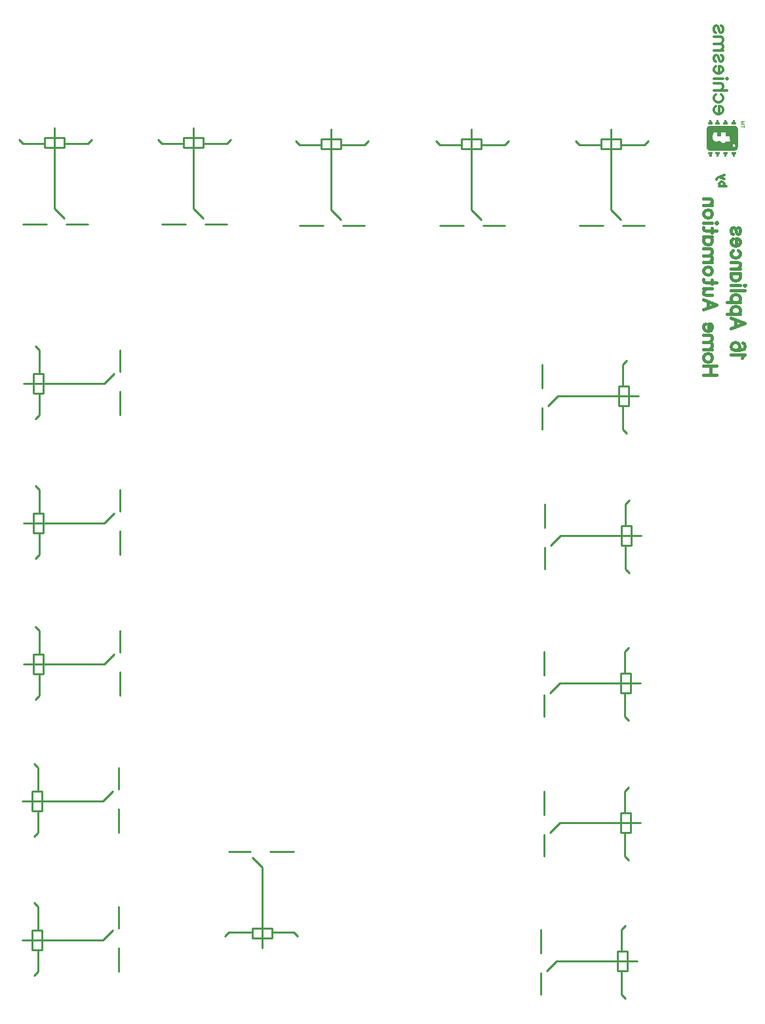
<source format=gbo>
G04 Layer: BottomSilkLayer*
G04 EasyEDA v6.4.0, 2020-07-06T20:42:06--4:00*
G04 ceb930e8192849dcbdd75014d79c76d5,10*
G04 Gerber Generator version 0.2*
G04 Scale: 100 percent, Rotated: No, Reflected: No *
G04 Dimensions in millimeters *
G04 leading zeros omitted , absolute positions ,3 integer and 3 decimal *
%FSLAX33Y33*%
%MOMM*%
G90*
G71D02*

%ADD10C,0.254000*%
%ADD31C,0.299999*%
%ADD32C,0.399999*%
%ADD33C,0.100000*%

%LPD*%

%LPD*%
G36*
G01X105321Y122084D02*
G01X105252Y122091D01*
G01X105180Y122086D01*
G01X105138Y122066D01*
G01X105118Y122022D01*
G01X105113Y121946D01*
G01X105111Y121860D01*
G01X105102Y121810D01*
G01X105083Y121786D01*
G01X105049Y121780D01*
G01X105003Y121772D01*
G01X104973Y121744D01*
G01X104959Y121694D01*
G01X104960Y121619D01*
G01X104966Y121578D01*
G01X104973Y121542D01*
G01X104981Y121516D01*
G01X104990Y121502D01*
G01X105023Y121494D01*
G01X105087Y121489D01*
G01X105173Y121487D01*
G01X105269Y121487D01*
G01X105363Y121489D01*
G01X105445Y121493D01*
G01X105503Y121500D01*
G01X105528Y121508D01*
G01X105531Y121525D01*
G01X105534Y121555D01*
G01X105536Y121593D01*
G01X105537Y121636D01*
G01X105535Y121707D01*
G01X105523Y121750D01*
G01X105496Y121773D01*
G01X105452Y121783D01*
G01X105425Y121789D01*
G01X105409Y121805D01*
G01X105402Y121844D01*
G01X105397Y121918D01*
G01X105386Y122006D01*
G01X105364Y122059D01*
G01X105321Y122084D01*
G37*

%LPD*%
G36*
G01X108317Y122084D02*
G01X108245Y122091D01*
G01X108171Y122087D01*
G01X108129Y122067D01*
G01X108111Y122023D01*
G01X108106Y121945D01*
G01X108104Y121860D01*
G01X108095Y121810D01*
G01X108075Y121786D01*
G01X108042Y121780D01*
G01X107996Y121772D01*
G01X107966Y121744D01*
G01X107953Y121694D01*
G01X107953Y121619D01*
G01X107958Y121578D01*
G01X107965Y121542D01*
G01X107974Y121516D01*
G01X107983Y121502D01*
G01X108015Y121494D01*
G01X108077Y121489D01*
G01X108159Y121487D01*
G01X108252Y121487D01*
G01X108344Y121489D01*
G01X108425Y121493D01*
G01X108485Y121499D01*
G01X108512Y121508D01*
G01X108527Y121555D01*
G01X108531Y121635D01*
G01X108526Y121714D01*
G01X108512Y121759D01*
G01X108500Y121767D01*
G01X108484Y121774D01*
G01X108465Y121780D01*
G01X108445Y121783D01*
G01X108417Y121788D01*
G01X108403Y121804D01*
G01X108397Y121840D01*
G01X108393Y121910D01*
G01X108384Y122001D01*
G01X108361Y122057D01*
G01X108317Y122084D01*
G37*

%LPD*%
G36*
G01X106236Y122066D02*
G01X106160Y122074D01*
G01X106079Y122069D01*
G01X106034Y122049D01*
G01X106015Y122000D01*
G01X106011Y121911D01*
G01X106011Y121785D01*
G01X105950Y121774D01*
G01X105907Y121762D01*
G01X105883Y121738D01*
G01X105872Y121692D01*
G01X105869Y121616D01*
G01X105870Y121569D01*
G01X105875Y121533D01*
G01X105887Y121506D01*
G01X105908Y121489D01*
G01X105944Y121478D01*
G01X105996Y121472D01*
G01X106068Y121470D01*
G01X106164Y121469D01*
G01X106294Y121470D01*
G01X106371Y121474D01*
G01X106411Y121484D01*
G01X106430Y121500D01*
G01X106438Y121519D01*
G01X106445Y121550D01*
G01X106450Y121588D01*
G01X106451Y121628D01*
G01X106446Y121697D01*
G01X106427Y121745D01*
G01X106395Y121772D01*
G01X106346Y121780D01*
G01X106326Y121783D01*
G01X106316Y121797D01*
G01X106311Y121831D01*
G01X106310Y121893D01*
G01X106304Y121984D01*
G01X106281Y122039D01*
G01X106236Y122066D01*
G37*

%LPD*%
G36*
G01X107263Y122069D02*
G01X107183Y122074D01*
G01X107112Y122069D01*
G01X107073Y122049D01*
G01X107054Y122000D01*
G01X107048Y121909D01*
G01X107043Y121790D01*
G01X106988Y121778D01*
G01X106940Y121760D01*
G01X106911Y121730D01*
G01X106897Y121681D01*
G01X106898Y121611D01*
G01X106904Y121564D01*
G01X106910Y121529D01*
G01X106922Y121503D01*
G01X106944Y121487D01*
G01X106978Y121477D01*
G01X107028Y121471D01*
G01X107098Y121469D01*
G01X107191Y121469D01*
G01X107303Y121470D01*
G01X107384Y121474D01*
G01X107434Y121481D01*
G01X107457Y121490D01*
G01X107471Y121541D01*
G01X107476Y121627D01*
G01X107471Y121711D01*
G01X107458Y121756D01*
G01X107447Y121762D01*
G01X107430Y121768D01*
G01X107411Y121774D01*
G01X107391Y121779D01*
G01X107363Y121788D01*
G01X107348Y121804D01*
G01X107341Y121841D01*
G01X107338Y121910D01*
G01X107330Y121998D01*
G01X107308Y122047D01*
G01X107263Y122069D01*
G37*

%LPD*%
G36*
G01X107575Y121315D02*
G01X106772Y121315D01*
G01X106680Y121314D01*
G01X106496Y121314D01*
G01X106405Y121313D01*
G01X106226Y121313D01*
G01X106139Y121312D01*
G01X106053Y121312D01*
G01X105969Y121311D01*
G01X105888Y121310D01*
G01X105808Y121310D01*
G01X105731Y121309D01*
G01X105657Y121308D01*
G01X105586Y121308D01*
G01X105518Y121307D01*
G01X105453Y121306D01*
G01X105393Y121305D01*
G01X105336Y121304D01*
G01X105284Y121303D01*
G01X105235Y121302D01*
G01X105192Y121301D01*
G01X105153Y121300D01*
G01X105120Y121299D01*
G01X105092Y121298D01*
G01X105069Y121297D01*
G01X105052Y121296D01*
G01X105042Y121295D01*
G01X105038Y121293D01*
G01X105030Y121287D01*
G01X105024Y121283D01*
G01X105020Y121283D01*
G01X105019Y121287D01*
G01X105014Y121289D01*
G01X105003Y121283D01*
G01X104985Y121272D01*
G01X104964Y121256D01*
G01X104942Y121238D01*
G01X104921Y121224D01*
G01X104904Y121214D01*
G01X104893Y121211D01*
G01X104885Y121208D01*
G01X104877Y121199D01*
G01X104868Y121187D01*
G01X104862Y121172D01*
G01X104853Y121152D01*
G01X104842Y121129D01*
G01X104828Y121104D01*
G01X104810Y121074D01*
G01X104806Y121066D01*
G01X104802Y121056D01*
G01X104799Y121044D01*
G01X104796Y121028D01*
G01X104794Y121008D01*
G01X104792Y120983D01*
G01X104790Y120951D01*
G01X104788Y120912D01*
G01X104787Y120864D01*
G01X104786Y120807D01*
G01X104785Y120739D01*
G01X104784Y120661D01*
G01X104784Y120569D01*
G01X104783Y120465D01*
G01X104783Y119706D01*
G01X104782Y118384D01*
G01X104830Y118313D01*
G01X104848Y118284D01*
G01X104863Y118258D01*
G01X104873Y118239D01*
G01X104877Y118228D01*
G01X104885Y118219D01*
G01X104908Y118202D01*
G01X104942Y118182D01*
G01X104983Y118158D01*
G01X105089Y118102D01*
G01X107186Y118102D01*
G01X107281Y118103D01*
G01X107462Y118103D01*
G01X107549Y118104D01*
G01X107713Y118104D01*
G01X107790Y118105D01*
G01X107864Y118105D01*
G01X107934Y118106D01*
G01X108001Y118107D01*
G01X108065Y118107D01*
G01X108124Y118108D01*
G01X108180Y118108D01*
G01X108231Y118110D01*
G01X108278Y118110D01*
G01X108321Y118111D01*
G01X108359Y118112D01*
G01X108393Y118113D01*
G01X108422Y118114D01*
G01X108446Y118115D01*
G01X108465Y118115D01*
G01X108479Y118116D01*
G01X108488Y118117D01*
G01X108491Y118118D01*
G01X108498Y118125D01*
G01X108509Y118132D01*
G01X108525Y118139D01*
G01X108541Y118145D01*
G01X108593Y118168D01*
G01X108642Y118208D01*
G01X108686Y118261D01*
G01X108721Y118323D01*
G01X108736Y118357D01*
G01X108750Y118388D01*
G01X108762Y118414D01*
G01X108769Y118431D01*
G01X108770Y118438D01*
G01X108771Y118453D01*
G01X108773Y118478D01*
G01X108774Y118509D01*
G01X108775Y118549D01*
G01X108776Y118595D01*
G01X108777Y118647D01*
G01X108778Y118706D01*
G01X108778Y118770D01*
G01X108779Y118838D01*
G01X108780Y118912D01*
G01X108780Y118990D01*
G01X108781Y119071D01*
G01X108781Y119156D01*
G01X108782Y119243D01*
G01X108782Y120255D01*
G01X108781Y120340D01*
G01X108781Y120421D01*
G01X108780Y120499D01*
G01X108780Y120572D01*
G01X108779Y120641D01*
G01X108778Y120705D01*
G01X108778Y120764D01*
G01X108777Y120817D01*
G01X108776Y120863D01*
G01X108775Y120902D01*
G01X108774Y120934D01*
G01X108772Y120959D01*
G01X108771Y120975D01*
G01X108770Y120982D01*
G01X108762Y121001D01*
G01X108750Y121028D01*
G01X108735Y121062D01*
G01X108719Y121098D01*
G01X108682Y121160D01*
G01X108628Y121222D01*
G01X108573Y121269D01*
G01X108532Y121289D01*
G01X108526Y121290D01*
G01X108519Y121292D01*
G01X108512Y121296D01*
G01X108507Y121301D01*
G01X108502Y121303D01*
G01X108492Y121304D01*
G01X108475Y121305D01*
G01X108452Y121306D01*
G01X108424Y121307D01*
G01X108391Y121308D01*
G01X108352Y121309D01*
G01X108309Y121309D01*
G01X108261Y121310D01*
G01X108208Y121311D01*
G01X108151Y121311D01*
G01X108091Y121312D01*
G01X108026Y121312D01*
G01X107959Y121313D01*
G01X107888Y121313D01*
G01X107813Y121314D01*
G01X107657Y121314D01*
G01X107575Y121315D01*
G37*

%LPC*%
G36*
G01X108310Y118929D02*
G01X108272Y118931D01*
G01X108201Y118919D01*
G01X108149Y118883D01*
G01X108117Y118825D01*
G01X108106Y118746D01*
G01X108118Y118668D01*
G01X108151Y118609D01*
G01X108203Y118573D01*
G01X108274Y118560D01*
G01X108326Y118569D01*
G01X108370Y118594D01*
G01X108404Y118631D01*
G01X108428Y118677D01*
G01X108440Y118728D01*
G01X108438Y118782D01*
G01X108422Y118833D01*
G01X108391Y118881D01*
G01X108365Y118906D01*
G01X108340Y118921D01*
G01X108310Y118929D01*
G37*
G36*
G01X106073Y120477D02*
G01X106030Y120478D01*
G01X105966Y120474D01*
G01X105883Y120465D01*
G01X105771Y120451D01*
G01X105709Y120438D01*
G01X105678Y120418D01*
G01X105654Y120385D01*
G01X105635Y120348D01*
G01X105616Y120305D01*
G01X105598Y120256D01*
G01X105582Y120203D01*
G01X105568Y120147D01*
G01X105555Y120088D01*
G01X105545Y120028D01*
G01X105537Y119968D01*
G01X105532Y119908D01*
G01X105529Y119850D01*
G01X105529Y119795D01*
G01X105532Y119743D01*
G01X105539Y119684D01*
G01X105549Y119630D01*
G01X105561Y119580D01*
G01X105577Y119533D01*
G01X105594Y119492D01*
G01X105615Y119454D01*
G01X105639Y119420D01*
G01X105665Y119391D01*
G01X105699Y119360D01*
G01X105734Y119336D01*
G01X105774Y119318D01*
G01X105826Y119307D01*
G01X105892Y119300D01*
G01X105979Y119298D01*
G01X106092Y119299D01*
G01X106234Y119303D01*
G01X106372Y119307D01*
G01X106476Y119309D01*
G01X106551Y119308D01*
G01X106602Y119302D01*
G01X106633Y119290D01*
G01X106650Y119271D01*
G01X106656Y119245D01*
G01X106657Y119209D01*
G01X106662Y119148D01*
G01X106689Y119117D01*
G01X106762Y119107D01*
G01X106902Y119108D01*
G01X107121Y119113D01*
G01X107132Y119186D01*
G01X107137Y119216D01*
G01X107143Y119243D01*
G01X107148Y119265D01*
G01X107153Y119277D01*
G01X107178Y119283D01*
G01X107239Y119289D01*
G01X107330Y119293D01*
G01X107447Y119294D01*
G01X107602Y119296D01*
G01X107709Y119304D01*
G01X107771Y119316D01*
G01X107791Y119334D01*
G01X107789Y119351D01*
G01X107782Y119391D01*
G01X107773Y119449D01*
G01X107761Y119519D01*
G01X107748Y119598D01*
G01X107737Y119680D01*
G01X107726Y119755D01*
G01X107720Y119814D01*
G01X107715Y119860D01*
G01X107709Y119900D01*
G01X107703Y119932D01*
G01X107698Y119949D01*
G01X107681Y119958D01*
G01X107642Y119962D01*
G01X107573Y119961D01*
G01X107466Y119954D01*
G01X107375Y119948D01*
G01X107298Y119946D01*
G01X107241Y119948D01*
G01X107210Y119953D01*
G01X107172Y119968D01*
G01X107182Y120193D01*
G01X107186Y120301D01*
G01X107186Y120372D01*
G01X107182Y120411D01*
G01X107173Y120425D01*
G01X107145Y120428D01*
G01X107085Y120427D01*
G01X107001Y120425D01*
G01X106901Y120420D01*
G01X106649Y120408D01*
G01X106649Y119959D01*
G01X106452Y119954D01*
G01X106372Y119953D01*
G01X106298Y119953D01*
G01X106240Y119955D01*
G01X106205Y119959D01*
G01X106163Y119971D01*
G01X106128Y119992D01*
G01X106102Y120022D01*
G01X106084Y120060D01*
G01X106072Y120107D01*
G01X106069Y120164D01*
G01X106072Y120232D01*
G01X106083Y120311D01*
G01X106092Y120373D01*
G01X106097Y120422D01*
G01X106097Y120455D01*
G01X106092Y120472D01*
G01X106073Y120477D01*
G37*

%LPD*%
G36*
G01X105254Y117947D02*
G01X105160Y117947D01*
G01X105089Y117945D01*
G01X105039Y117940D01*
G01X105005Y117929D01*
G01X104983Y117911D01*
G01X104971Y117883D01*
G01X104964Y117845D01*
G01X104960Y117795D01*
G01X104961Y117718D01*
G01X104977Y117663D01*
G01X105009Y117630D01*
G01X105056Y117619D01*
G01X105085Y117613D01*
G01X105103Y117588D01*
G01X105111Y117539D01*
G01X105113Y117457D01*
G01X105117Y117377D01*
G01X105135Y117332D01*
G01X105175Y117313D01*
G01X105247Y117308D01*
G01X105327Y117313D01*
G01X105372Y117336D01*
G01X105393Y117388D01*
G01X105400Y117480D01*
G01X105403Y117555D01*
G01X105410Y117594D01*
G01X105425Y117612D01*
G01X105453Y117620D01*
G01X105474Y117625D01*
G01X105493Y117631D01*
G01X105509Y117638D01*
G01X105520Y117643D01*
G01X105534Y117691D01*
G01X105539Y117781D01*
G01X105533Y117873D01*
G01X105520Y117927D01*
G01X105496Y117936D01*
G01X105446Y117942D01*
G01X105365Y117946D01*
G01X105254Y117947D01*
G37*

%LPD*%
G36*
G01X106259Y117947D02*
G01X106068Y117947D01*
G01X105995Y117944D01*
G01X105943Y117938D01*
G01X105907Y117927D01*
G01X105886Y117908D01*
G01X105874Y117881D01*
G01X105870Y117842D01*
G01X105869Y117791D01*
G01X105872Y117710D01*
G01X105882Y117662D01*
G01X105907Y117638D01*
G01X105950Y117625D01*
G01X106011Y117615D01*
G01X106011Y117479D01*
G01X106015Y117385D01*
G01X106034Y117334D01*
G01X106081Y117312D01*
G01X106167Y117308D01*
G01X106241Y117315D01*
G01X106284Y117343D01*
G01X106305Y117402D01*
G01X106310Y117502D01*
G01X106311Y117566D01*
G01X106316Y117602D01*
G01X106326Y117616D01*
G01X106346Y117619D01*
G01X106363Y117621D01*
G01X106382Y117627D01*
G01X106401Y117636D01*
G01X106417Y117646D01*
G01X106435Y117663D01*
G01X106446Y117687D01*
G01X106450Y117723D01*
G01X106451Y117780D01*
G01X106451Y117835D01*
G01X106447Y117876D01*
G01X106436Y117906D01*
G01X106415Y117926D01*
G01X106381Y117938D01*
G01X106330Y117944D01*
G01X106259Y117947D01*
G37*

%LPD*%
G36*
G01X108247Y117930D02*
G01X108153Y117930D01*
G01X108083Y117928D01*
G01X108032Y117922D01*
G01X107997Y117912D01*
G01X107975Y117895D01*
G01X107963Y117869D01*
G01X107956Y117833D01*
G01X107952Y117784D01*
G01X107952Y117711D01*
G01X107964Y117660D01*
G01X107993Y117627D01*
G01X108039Y117608D01*
G01X108098Y117592D01*
G01X108103Y117459D01*
G01X108111Y117364D01*
G01X108133Y117312D01*
G01X108182Y117293D01*
G01X108267Y117294D01*
G01X108335Y117304D01*
G01X108371Y117328D01*
G01X108386Y117382D01*
G01X108389Y117477D01*
G01X108390Y117544D01*
G01X108395Y117581D01*
G01X108404Y117598D01*
G01X108420Y117602D01*
G01X108435Y117603D01*
G01X108453Y117607D01*
G01X108473Y117612D01*
G01X108491Y117618D01*
G01X108513Y117631D01*
G01X108526Y117651D01*
G01X108531Y117691D01*
G01X108532Y117762D01*
G01X108530Y117815D01*
G01X108526Y117859D01*
G01X108520Y117892D01*
G01X108512Y117909D01*
G01X108490Y117918D01*
G01X108439Y117925D01*
G01X108358Y117929D01*
G01X108247Y117930D01*
G37*

%LPD*%
G36*
G01X107337Y117946D02*
G01X107209Y117947D01*
G01X107116Y117946D01*
G01X107045Y117944D01*
G01X106992Y117937D01*
G01X106955Y117925D01*
G01X106930Y117907D01*
G01X106914Y117880D01*
G01X106905Y117844D01*
G01X106898Y117797D01*
G01X106897Y117721D01*
G01X106912Y117667D01*
G01X106944Y117631D01*
G01X106991Y117616D01*
G01X107043Y117610D01*
G01X107047Y117467D01*
G01X107054Y117372D01*
G01X107074Y117319D01*
G01X107116Y117296D01*
G01X107190Y117291D01*
G01X107260Y117298D01*
G01X107302Y117324D01*
G01X107324Y117379D01*
G01X107334Y117472D01*
G01X107342Y117610D01*
G01X107390Y117616D01*
G01X107409Y117620D01*
G01X107429Y117625D01*
G01X107445Y117632D01*
G01X107456Y117640D01*
G01X107470Y117685D01*
G01X107476Y117767D01*
G01X107472Y117854D01*
G01X107460Y117913D01*
G01X107445Y117932D01*
G01X107409Y117942D01*
G01X107337Y117946D01*
G37*

%LPD*%
G54D10*
G01X18534Y89278D02*
G01X18534Y92326D01*
G01X18026Y92834D01*
G01X18534Y86738D02*
G01X18534Y83944D01*
G01X18026Y83436D01*
G01X28948Y92326D02*
G01X28948Y89532D01*
G01X28948Y83944D02*
G01X28948Y86992D01*
G01X16502Y88008D02*
G01X26916Y88008D01*
G01X28186Y89278D01*
G01X17772Y89278D02*
G01X19042Y89278D01*
G01X19042Y86738D01*
G01X17772Y86738D01*
G01X17772Y89278D01*
G01X18534Y71244D02*
G01X18534Y74292D01*
G01X18026Y74800D01*
G01X18534Y68704D02*
G01X18534Y65910D01*
G01X18026Y65402D01*
G01X28948Y74292D02*
G01X28948Y71498D01*
G01X28948Y65910D02*
G01X28948Y68958D01*
G01X16502Y69974D02*
G01X26916Y69974D01*
G01X28186Y71244D01*
G01X17772Y71244D02*
G01X19042Y71244D01*
G01X19042Y68704D01*
G01X17772Y68704D01*
G01X17772Y71244D01*
G01X18534Y53083D02*
G01X18534Y56131D01*
G01X18026Y56639D01*
G01X18534Y50543D02*
G01X18534Y47749D01*
G01X18026Y47241D01*
G01X28948Y56131D02*
G01X28948Y53337D01*
G01X28948Y47749D02*
G01X28948Y50797D01*
G01X16502Y51813D02*
G01X26916Y51813D01*
G01X28186Y53083D01*
G01X17772Y53083D02*
G01X19042Y53083D01*
G01X19042Y50543D01*
G01X17772Y50543D01*
G01X17772Y53083D01*
G01X18432Y35366D02*
G01X18432Y38414D01*
G01X17924Y38922D01*
G01X18432Y32826D02*
G01X18432Y30032D01*
G01X17924Y29524D01*
G01X28846Y38414D02*
G01X28846Y35620D01*
G01X28846Y30032D02*
G01X28846Y33080D01*
G01X16400Y34096D02*
G01X26814Y34096D01*
G01X28084Y35366D01*
G01X17670Y35366D02*
G01X18940Y35366D01*
G01X18940Y32826D01*
G01X17670Y32826D01*
G01X17670Y35366D01*
G01X18407Y17396D02*
G01X18407Y20444D01*
G01X17899Y20952D01*
G01X18407Y14856D02*
G01X18407Y12062D01*
G01X17899Y11554D01*
G01X28821Y20444D02*
G01X28821Y17650D01*
G01X28821Y12062D02*
G01X28821Y15110D01*
G01X16375Y16126D02*
G01X26789Y16126D01*
G01X28059Y17396D01*
G01X17645Y17396D02*
G01X18915Y17396D01*
G01X18915Y14856D01*
G01X17645Y14856D01*
G01X17645Y17396D01*
G01X93886Y85156D02*
G01X93886Y82108D01*
G01X94394Y81600D01*
G01X93886Y87696D02*
G01X93886Y90490D01*
G01X94394Y90998D01*
G01X83472Y82108D02*
G01X83472Y84902D01*
G01X83472Y90490D02*
G01X83472Y87442D01*
G01X95918Y86426D02*
G01X85504Y86426D01*
G01X84234Y85156D01*
G01X94648Y85156D02*
G01X93378Y85156D01*
G01X93378Y87696D01*
G01X94648Y87696D01*
G01X94648Y85156D01*
G01X94267Y67122D02*
G01X94267Y64074D01*
G01X94775Y63566D01*
G01X94267Y69662D02*
G01X94267Y72456D01*
G01X94775Y72964D01*
G01X83853Y64074D02*
G01X83853Y66868D01*
G01X83853Y72456D02*
G01X83853Y69408D01*
G01X96299Y68392D02*
G01X85885Y68392D01*
G01X84615Y67122D01*
G01X95029Y67122D02*
G01X93759Y67122D01*
G01X93759Y69662D01*
G01X95029Y69662D01*
G01X95029Y67122D01*
G01X94140Y48072D02*
G01X94140Y45024D01*
G01X94648Y44516D01*
G01X94140Y50612D02*
G01X94140Y53406D01*
G01X94648Y53914D01*
G01X83726Y45024D02*
G01X83726Y47818D01*
G01X83726Y53406D02*
G01X83726Y50358D01*
G01X96172Y49342D02*
G01X85758Y49342D01*
G01X84488Y48072D01*
G01X94902Y48072D02*
G01X93632Y48072D01*
G01X93632Y50612D01*
G01X94902Y50612D01*
G01X94902Y48072D01*
G01X94140Y30038D02*
G01X94140Y26990D01*
G01X94648Y26482D01*
G01X94140Y32578D02*
G01X94140Y35372D01*
G01X94648Y35880D01*
G01X83726Y26990D02*
G01X83726Y29784D01*
G01X83726Y35372D02*
G01X83726Y32324D01*
G01X96172Y31308D02*
G01X85758Y31308D01*
G01X84488Y30038D01*
G01X94902Y30038D02*
G01X93632Y30038D01*
G01X93632Y32578D01*
G01X94902Y32578D01*
G01X94902Y30038D01*
G01X93759Y12131D02*
G01X93759Y9083D01*
G01X94267Y8575D01*
G01X93759Y14671D02*
G01X93759Y17465D01*
G01X94267Y17973D01*
G01X83345Y9083D02*
G01X83345Y11877D01*
G01X83345Y17465D02*
G01X83345Y14417D01*
G01X95791Y13401D02*
G01X85377Y13401D01*
G01X84107Y12131D01*
G01X94521Y12131D02*
G01X93251Y12131D01*
G01X93251Y14671D01*
G01X94521Y14671D01*
G01X94521Y12131D01*
G01X46065Y17137D02*
G01X43017Y17137D01*
G01X42509Y16629D01*
G01X48605Y17137D02*
G01X51399Y17137D01*
G01X51907Y16629D01*
G01X43017Y27551D02*
G01X45811Y27551D01*
G01X51399Y27551D02*
G01X48351Y27551D01*
G01X47335Y15105D02*
G01X47335Y25519D01*
G01X46065Y26789D01*
G01X46065Y16375D02*
G01X46065Y17645D01*
G01X48605Y17645D01*
G01X48605Y16375D01*
G01X46065Y16375D01*
G01X93685Y118879D02*
G01X96733Y118879D01*
G01X97241Y119387D01*
G01X91145Y118879D02*
G01X88351Y118879D01*
G01X87843Y119387D01*
G01X96733Y108465D02*
G01X93939Y108465D01*
G01X88351Y108465D02*
G01X91399Y108465D01*
G01X92415Y120911D02*
G01X92415Y110497D01*
G01X93685Y109227D01*
G01X93685Y119641D02*
G01X93685Y118371D01*
G01X91145Y118371D01*
G01X91145Y119641D01*
G01X93685Y119641D01*
G01X75651Y118879D02*
G01X78699Y118879D01*
G01X79207Y119387D01*
G01X73111Y118879D02*
G01X70317Y118879D01*
G01X69809Y119387D01*
G01X78699Y108465D02*
G01X75905Y108465D01*
G01X70317Y108465D02*
G01X73365Y108465D01*
G01X74381Y120911D02*
G01X74381Y110497D01*
G01X75651Y109227D01*
G01X75651Y119641D02*
G01X75651Y118371D01*
G01X73111Y118371D01*
G01X73111Y119641D01*
G01X75651Y119641D01*
G01X57490Y118879D02*
G01X60538Y118879D01*
G01X61046Y119387D01*
G01X54950Y118879D02*
G01X52156Y118879D01*
G01X51648Y119387D01*
G01X60538Y108465D02*
G01X57744Y108465D01*
G01X52156Y108465D02*
G01X55204Y108465D01*
G01X56220Y120911D02*
G01X56220Y110497D01*
G01X57490Y109227D01*
G01X57490Y119641D02*
G01X57490Y118371D01*
G01X54950Y118371D01*
G01X54950Y119641D01*
G01X57490Y119641D01*
G01X39710Y119006D02*
G01X42758Y119006D01*
G01X43266Y119514D01*
G01X37170Y119006D02*
G01X34376Y119006D01*
G01X33868Y119514D01*
G01X42758Y108592D02*
G01X39964Y108592D01*
G01X34376Y108592D02*
G01X37424Y108592D01*
G01X38440Y121038D02*
G01X38440Y110624D01*
G01X39710Y109354D01*
G01X39710Y119768D02*
G01X39710Y118498D01*
G01X37170Y118498D01*
G01X37170Y119768D01*
G01X39710Y119768D01*
G01X21803Y119006D02*
G01X24851Y119006D01*
G01X25359Y119514D01*
G01X19263Y119006D02*
G01X16469Y119006D01*
G01X15961Y119514D01*
G01X24851Y108592D02*
G01X22057Y108592D01*
G01X16469Y108592D02*
G01X19517Y108592D01*
G01X20533Y121038D02*
G01X20533Y110624D01*
G01X21803Y109354D01*
G01X21803Y119768D02*
G01X21803Y118498D01*
G01X19263Y118498D01*
G01X19263Y119768D01*
G01X21803Y119768D01*
G54D31*
G01X106343Y122849D02*
G01X106343Y123831D01*
G01X106507Y123831D01*
G01X106671Y123749D01*
G01X106752Y123668D01*
G01X106834Y123504D01*
G01X106834Y123259D01*
G01X106752Y123095D01*
G01X106589Y122931D01*
G01X106343Y122849D01*
G01X106180Y122849D01*
G01X105934Y122931D01*
G01X105771Y123095D01*
G01X105689Y123259D01*
G01X105689Y123504D01*
G01X105771Y123668D01*
G01X105934Y123831D01*
G01X106589Y125353D02*
G01X106752Y125189D01*
G01X106834Y125026D01*
G01X106834Y124780D01*
G01X106752Y124617D01*
G01X106589Y124453D01*
G01X106343Y124371D01*
G01X106180Y124371D01*
G01X105934Y124453D01*
G01X105771Y124617D01*
G01X105689Y124780D01*
G01X105689Y125026D01*
G01X105771Y125189D01*
G01X105934Y125353D01*
G01X107407Y125893D02*
G01X105689Y125893D01*
G01X106507Y125893D02*
G01X106752Y126139D01*
G01X106834Y126302D01*
G01X106834Y126548D01*
G01X106752Y126711D01*
G01X106507Y126793D01*
G01X105689Y126793D01*
G01X107407Y127333D02*
G01X107325Y127415D01*
G01X107407Y127497D01*
G01X107489Y127415D01*
G01X107407Y127333D01*
G01X106834Y127415D02*
G01X105689Y127415D01*
G01X106343Y128037D02*
G01X106343Y129019D01*
G01X106507Y129019D01*
G01X106671Y128937D01*
G01X106752Y128855D01*
G01X106834Y128691D01*
G01X106834Y128446D01*
G01X106752Y128282D01*
G01X106589Y128119D01*
G01X106343Y128037D01*
G01X106180Y128037D01*
G01X105934Y128119D01*
G01X105771Y128282D01*
G01X105689Y128446D01*
G01X105689Y128691D01*
G01X105771Y128855D01*
G01X105934Y129019D01*
G01X106589Y130459D02*
G01X106752Y130377D01*
G01X106834Y130131D01*
G01X106834Y129886D01*
G01X106752Y129640D01*
G01X106589Y129559D01*
G01X106425Y129640D01*
G01X106343Y129804D01*
G01X106262Y130213D01*
G01X106180Y130377D01*
G01X106016Y130459D01*
G01X105934Y130459D01*
G01X105771Y130377D01*
G01X105689Y130131D01*
G01X105689Y129886D01*
G01X105771Y129640D01*
G01X105934Y129559D01*
G01X106834Y130999D02*
G01X105689Y130999D01*
G01X106507Y130999D02*
G01X106752Y131244D01*
G01X106834Y131408D01*
G01X106834Y131653D01*
G01X106752Y131817D01*
G01X106507Y131899D01*
G01X105689Y131899D01*
G01X106507Y131899D02*
G01X106752Y132144D01*
G01X106834Y132308D01*
G01X106834Y132553D01*
G01X106752Y132717D01*
G01X106507Y132799D01*
G01X105689Y132799D01*
G01X106589Y134239D02*
G01X106752Y134157D01*
G01X106834Y133911D01*
G01X106834Y133666D01*
G01X106752Y133420D01*
G01X106589Y133339D01*
G01X106425Y133420D01*
G01X106343Y133584D01*
G01X106262Y133993D01*
G01X106180Y134157D01*
G01X106016Y134239D01*
G01X105934Y134239D01*
G01X105771Y134157D01*
G01X105689Y133911D01*
G01X105689Y133666D01*
G01X105771Y133420D01*
G01X105934Y133339D01*
G54D32*
G01X106036Y89154D02*
G01X104318Y89154D01*
G01X106036Y90299D02*
G01X104318Y90299D01*
G01X105218Y89154D02*
G01X105218Y90299D01*
G01X105463Y91248D02*
G01X105381Y91084D01*
G01X105218Y90921D01*
G01X104972Y90839D01*
G01X104808Y90839D01*
G01X104563Y90921D01*
G01X104399Y91084D01*
G01X104318Y91248D01*
G01X104318Y91494D01*
G01X104399Y91657D01*
G01X104563Y91821D01*
G01X104808Y91903D01*
G01X104972Y91903D01*
G01X105218Y91821D01*
G01X105381Y91657D01*
G01X105463Y91494D01*
G01X105463Y91248D01*
G01X105463Y92443D02*
G01X104318Y92443D01*
G01X105136Y92443D02*
G01X105381Y92688D01*
G01X105463Y92852D01*
G01X105463Y93097D01*
G01X105381Y93261D01*
G01X105136Y93343D01*
G01X104318Y93343D01*
G01X105136Y93343D02*
G01X105381Y93588D01*
G01X105463Y93752D01*
G01X105463Y93997D01*
G01X105381Y94161D01*
G01X105136Y94243D01*
G01X104318Y94243D01*
G01X104972Y94783D02*
G01X104972Y95764D01*
G01X105136Y95764D01*
G01X105299Y95683D01*
G01X105381Y95601D01*
G01X105463Y95437D01*
G01X105463Y95192D01*
G01X105381Y95028D01*
G01X105218Y94864D01*
G01X104972Y94783D01*
G01X104808Y94783D01*
G01X104563Y94864D01*
G01X104399Y95028D01*
G01X104318Y95192D01*
G01X104318Y95437D01*
G01X104399Y95601D01*
G01X104563Y95764D01*
G01X106036Y98219D02*
G01X104318Y97564D01*
G01X106036Y98219D02*
G01X104318Y98874D01*
G01X104890Y97810D02*
G01X104890Y98628D01*
G01X105463Y99413D02*
G01X104645Y99413D01*
G01X104399Y99495D01*
G01X104318Y99659D01*
G01X104318Y99904D01*
G01X104399Y100068D01*
G01X104645Y100314D01*
G01X105463Y100314D02*
G01X104318Y100314D01*
G01X106036Y101099D02*
G01X104645Y101099D01*
G01X104399Y101181D01*
G01X104318Y101344D01*
G01X104318Y101508D01*
G01X105463Y100854D02*
G01X105463Y101426D01*
G01X105463Y102457D02*
G01X105381Y102294D01*
G01X105218Y102130D01*
G01X104972Y102048D01*
G01X104808Y102048D01*
G01X104563Y102130D01*
G01X104399Y102294D01*
G01X104318Y102457D01*
G01X104318Y102703D01*
G01X104399Y102866D01*
G01X104563Y103030D01*
G01X104808Y103112D01*
G01X104972Y103112D01*
G01X105218Y103030D01*
G01X105381Y102866D01*
G01X105463Y102703D01*
G01X105463Y102457D01*
G01X105463Y103652D02*
G01X104318Y103652D01*
G01X105136Y103652D02*
G01X105381Y103897D01*
G01X105463Y104061D01*
G01X105463Y104306D01*
G01X105381Y104470D01*
G01X105136Y104552D01*
G01X104318Y104552D01*
G01X105136Y104552D02*
G01X105381Y104797D01*
G01X105463Y104961D01*
G01X105463Y105206D01*
G01X105381Y105370D01*
G01X105136Y105452D01*
G01X104318Y105452D01*
G01X105463Y106974D02*
G01X104318Y106974D01*
G01X105218Y106974D02*
G01X105381Y106810D01*
G01X105463Y106646D01*
G01X105463Y106401D01*
G01X105381Y106237D01*
G01X105218Y106074D01*
G01X104972Y105992D01*
G01X104808Y105992D01*
G01X104563Y106074D01*
G01X104399Y106237D01*
G01X104318Y106401D01*
G01X104318Y106646D01*
G01X104399Y106810D01*
G01X104563Y106974D01*
G01X106036Y107759D02*
G01X104645Y107759D01*
G01X104399Y107841D01*
G01X104318Y108004D01*
G01X104318Y108168D01*
G01X105463Y107514D02*
G01X105463Y108086D01*
G01X106036Y108708D02*
G01X105954Y108790D01*
G01X106036Y108872D01*
G01X106118Y108790D01*
G01X106036Y108708D01*
G01X105463Y108790D02*
G01X104318Y108790D01*
G01X105463Y109821D02*
G01X105381Y109657D01*
G01X105218Y109494D01*
G01X104972Y109412D01*
G01X104808Y109412D01*
G01X104563Y109494D01*
G01X104399Y109657D01*
G01X104318Y109821D01*
G01X104318Y110066D01*
G01X104399Y110230D01*
G01X104563Y110394D01*
G01X104808Y110475D01*
G01X104972Y110475D01*
G01X105218Y110394D01*
G01X105381Y110230D01*
G01X105463Y110066D01*
G01X105463Y109821D01*
G01X105463Y111015D02*
G01X104318Y111015D01*
G01X105136Y111015D02*
G01X105381Y111261D01*
G01X105463Y111424D01*
G01X105463Y111670D01*
G01X105381Y111834D01*
G01X105136Y111915D01*
G01X104318Y111915D01*
G01X109304Y91349D02*
G01X109385Y91513D01*
G01X109631Y91758D01*
G01X107913Y91758D01*
G01X109385Y93280D02*
G01X109549Y93198D01*
G01X109631Y92953D01*
G01X109631Y92789D01*
G01X109549Y92544D01*
G01X109304Y92380D01*
G01X108894Y92298D01*
G01X108485Y92298D01*
G01X108158Y92380D01*
G01X107994Y92544D01*
G01X107913Y92789D01*
G01X107913Y92871D01*
G01X107994Y93116D01*
G01X108158Y93280D01*
G01X108404Y93362D01*
G01X108485Y93362D01*
G01X108731Y93280D01*
G01X108894Y93116D01*
G01X108976Y92871D01*
G01X108976Y92789D01*
G01X108894Y92544D01*
G01X108731Y92380D01*
G01X108485Y92298D01*
G01X109631Y95816D02*
G01X107913Y95162D01*
G01X109631Y95816D02*
G01X107913Y96471D01*
G01X108485Y95407D02*
G01X108485Y96225D01*
G01X109058Y97011D02*
G01X107340Y97011D01*
G01X108813Y97011D02*
G01X108976Y97174D01*
G01X109058Y97338D01*
G01X109058Y97584D01*
G01X108976Y97747D01*
G01X108813Y97911D01*
G01X108567Y97993D01*
G01X108404Y97993D01*
G01X108158Y97911D01*
G01X107994Y97747D01*
G01X107913Y97584D01*
G01X107913Y97338D01*
G01X107994Y97174D01*
G01X108158Y97011D01*
G01X109058Y98533D02*
G01X107340Y98533D01*
G01X108813Y98533D02*
G01X108976Y98696D01*
G01X109058Y98860D01*
G01X109058Y99105D01*
G01X108976Y99269D01*
G01X108813Y99433D01*
G01X108567Y99514D01*
G01X108404Y99514D01*
G01X108158Y99433D01*
G01X107994Y99269D01*
G01X107913Y99105D01*
G01X107913Y98860D01*
G01X107994Y98696D01*
G01X108158Y98533D01*
G01X109631Y100054D02*
G01X107913Y100054D01*
G01X109631Y100594D02*
G01X109549Y100676D01*
G01X109631Y100758D01*
G01X109713Y100676D01*
G01X109631Y100594D01*
G01X109058Y100676D02*
G01X107913Y100676D01*
G01X109058Y102280D02*
G01X107913Y102280D01*
G01X108813Y102280D02*
G01X108976Y102116D01*
G01X109058Y101953D01*
G01X109058Y101707D01*
G01X108976Y101543D01*
G01X108813Y101380D01*
G01X108567Y101298D01*
G01X108404Y101298D01*
G01X108158Y101380D01*
G01X107994Y101543D01*
G01X107913Y101707D01*
G01X107913Y101953D01*
G01X107994Y102116D01*
G01X108158Y102280D01*
G01X109058Y102820D02*
G01X107913Y102820D01*
G01X108731Y102820D02*
G01X108976Y103065D01*
G01X109058Y103229D01*
G01X109058Y103474D01*
G01X108976Y103638D01*
G01X108731Y103720D01*
G01X107913Y103720D01*
G01X108813Y105242D02*
G01X108976Y105078D01*
G01X109058Y104914D01*
G01X109058Y104669D01*
G01X108976Y104505D01*
G01X108813Y104342D01*
G01X108567Y104260D01*
G01X108404Y104260D01*
G01X108158Y104342D01*
G01X107994Y104505D01*
G01X107913Y104669D01*
G01X107913Y104914D01*
G01X107994Y105078D01*
G01X108158Y105242D01*
G01X108567Y105782D02*
G01X108567Y106763D01*
G01X108731Y106763D01*
G01X108894Y106682D01*
G01X108976Y106600D01*
G01X109058Y106436D01*
G01X109058Y106191D01*
G01X108976Y106027D01*
G01X108813Y105863D01*
G01X108567Y105782D01*
G01X108404Y105782D01*
G01X108158Y105863D01*
G01X107994Y106027D01*
G01X107913Y106191D01*
G01X107913Y106436D01*
G01X107994Y106600D01*
G01X108158Y106763D01*
G01X108813Y108204D02*
G01X108976Y108122D01*
G01X109058Y107876D01*
G01X109058Y107631D01*
G01X108976Y107385D01*
G01X108813Y107304D01*
G01X108649Y107385D01*
G01X108567Y107549D01*
G01X108485Y107958D01*
G01X108404Y108122D01*
G01X108240Y108204D01*
G01X108158Y108204D01*
G01X107994Y108122D01*
G01X107913Y107876D01*
G01X107913Y107631D01*
G01X107994Y107385D01*
G01X108158Y107304D01*
G54D31*
G01X107325Y113542D02*
G01X106371Y113542D01*
G01X106871Y113542D02*
G01X106962Y113633D01*
G01X107007Y113724D01*
G01X107007Y113860D01*
G01X106962Y113951D01*
G01X106871Y114042D01*
G01X106734Y114087D01*
G01X106643Y114087D01*
G01X106507Y114042D01*
G01X106416Y113951D01*
G01X106371Y113860D01*
G01X106371Y113724D01*
G01X106416Y113633D01*
G01X106507Y113542D01*
G01X107007Y114433D02*
G01X106371Y114706D01*
G01X107007Y114978D02*
G01X106371Y114706D01*
G01X106189Y114615D01*
G01X106098Y114524D01*
G01X106053Y114433D01*
G01X106053Y114387D01*
G54D33*
G01X109595Y121247D02*
G01X109118Y121247D01*
G01X109595Y121088D02*
G01X109595Y121406D01*
G01X109595Y121556D02*
G01X109118Y121556D01*
G01X109595Y121556D02*
G01X109118Y121738D01*
G01X109595Y121920D02*
G01X109118Y121738D01*
G01X109595Y121920D02*
G01X109118Y121920D01*
M00*
M02*

</source>
